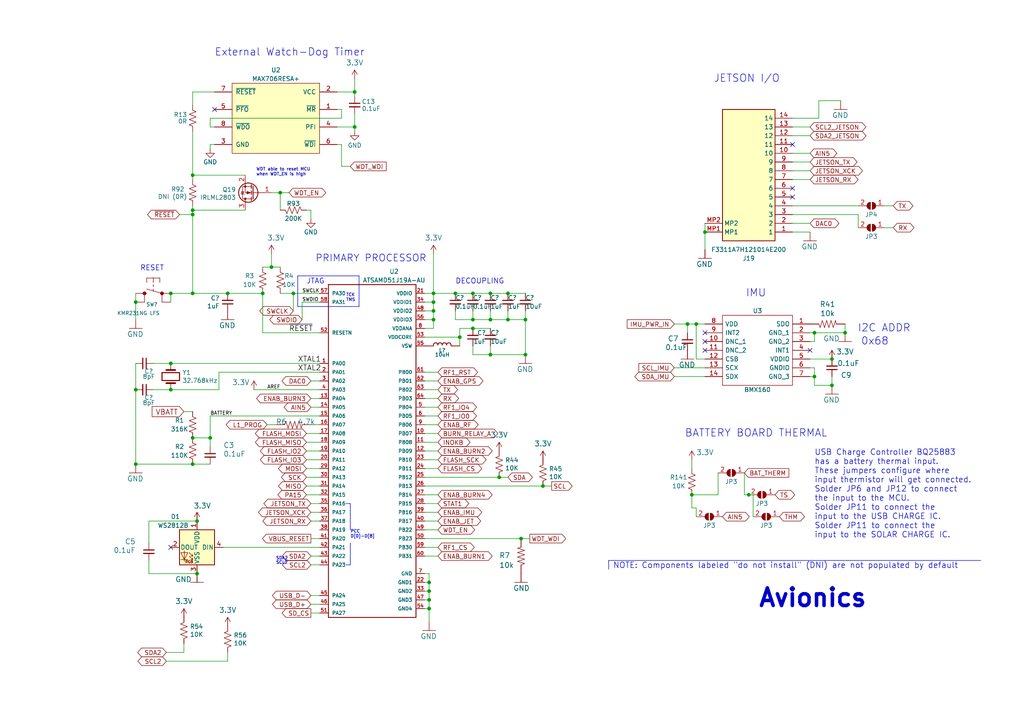
<source format=kicad_sch>
(kicad_sch (version 20230121) (generator eeschema)
  (paper "A4")
  (title_block (title "PyCubed Mainboard") (date "2021-06-09") (rev "v05c") (company "Max Holliday"))
  (junction (at 39.37 87.63))
  (junction (at 49.53 105.41))
  (junction (at 152.4 92.71))
  (junction (at 49.53 85.09))
  (junction (at 66.04 85.09))
  (junction (at 142.24 92.71))
  (junction (at 151.13 156.21))
  (junction (at 137.16 92.71))
  (junction (at 55.88 60.96))
  (junction (at 124.46 171.45))
  (junction (at 236.22 96.52))
  (junction (at 199.39 93.98))
  (junction (at 39.37 113.03))
  (junction (at 144.78 138.43))
  (junction (at 81.28 55.88))
  (junction (at 49.53 113.03))
  (junction (at 241.3 111.76))
  (junction (at 60.96 127))
  (junction (at 55.88 50.8))
  (junction (at 245.11 96.52))
  (junction (at 147.32 92.71))
  (junction (at 55.88 85.09))
  (junction (at 241.3 104.14))
  (junction (at 147.32 85.09))
  (junction (at 55.88 134.62))
  (junction (at 57.15 151.13))
  (junction (at 39.37 134.62))
  (junction (at 132.08 85.09))
  (junction (at 55.88 127))
  (junction (at 201.93 93.98))
  (junction (at 78.74 77.47))
  (junction (at 85.09 85.09))
  (junction (at 125.73 87.63))
  (junction (at 137.16 85.09))
  (junction (at 137.16 95.25))
  (junction (at 125.73 92.71))
  (junction (at 200.66 143.51))
  (junction (at 57.15 166.37))
  (junction (at 124.46 176.53))
  (junction (at 236.22 109.22))
  (junction (at 217.17 143.51))
  (junction (at 124.46 173.99))
  (junction (at 124.46 168.91))
  (junction (at 102.87 26.67))
  (junction (at 102.87 36.83))
  (junction (at 76.2 85.09))
  (junction (at 125.73 90.17))
  (junction (at 142.24 102.87))
  (junction (at 157.48 140.97))
  (junction (at 152.4 102.87))
  (junction (at 142.24 85.09))
  (junction (at 204.47 67.31))
  (junction (at 133.35 97.79))
  (junction (at 55.88 62.23))
  (junction (at 125.73 85.09))
  (no_connect (at 234.95 101.6))
  (no_connect (at 204.47 101.6))
  (no_connect (at 204.47 99.06))
  (no_connect (at 49.53 158.75))
  (no_connect (at 229.87 57.15))
  (no_connect (at 204.47 96.52))
  (no_connect (at 229.87 41.91))
  (no_connect (at 229.87 54.61))
  (no_connect (at 62.23 31.75))
  (wire (pts (xy 133.35 95.25) (xy 137.16 95.25)))
  (wire (pts (xy 123.19 168.91) (xy 124.46 168.91)))
  (wire (pts (xy 152.4 92.71) (xy 152.4 102.87)))
  (wire (pts (xy 53.34 189.23) (xy 53.34 186.69)))
  (wire (pts (xy 204.47 67.31) (xy 204.47 64.77)))
  (wire (pts (xy 102.87 38.1) (xy 102.87 36.83)))
  (wire (pts (xy 236.22 111.76) (xy 241.3 111.76)))
  (wire (pts (xy 256.54 59.69) (xy 259.08 59.69)))
  (wire (pts (xy 87.63 87.63) (xy 87.63 92.71)))
  (wire (pts (xy 123.19 161.29) (xy 127 161.29)))
  (wire (pts (xy 81.28 55.88) (xy 81.28 60.96)))
  (wire (pts (xy 92.71 118.11) (xy 90.17 118.11)))
  (wire (pts (xy 133.35 97.79) (xy 133.35 95.25)))
  (wire (pts (xy 208.28 137.16) (xy 208.28 143.51)))
  (wire (pts (xy 123.19 113.03) (xy 127 113.03)))
  (wire (pts (xy 229.87 46.99) (xy 234.95 46.99)))
  (wire (pts (xy 137.16 90.17) (xy 137.16 92.71)))
  (wire (pts (xy 204.47 67.31) (xy 204.47 72.39)))
  (wire (pts (xy 49.53 85.09) (xy 55.88 85.09)))
  (wire (pts (xy 60.96 127) (xy 60.96 120.65)))
  (wire (pts (xy 49.53 105.41) (xy 92.71 105.41)))
  (wire (pts (xy 60.96 134.62) (xy 55.88 134.62)))
  (wire (pts (xy 142.24 92.71) (xy 142.24 90.17)))
  (wire (pts (xy 229.87 62.23) (xy 248.92 62.23)))
  (polyline (pts (xy 176.53 162.56) (xy 284.48 162.56)))
  (wire (pts (xy 53.34 119.38) (xy 55.88 119.38)))
  (wire (pts (xy 201.93 93.98) (xy 204.47 93.98)))
  (wire (pts (xy 142.24 85.09) (xy 147.32 85.09)))
  (wire (pts (xy 125.73 87.63) (xy 125.73 85.09)))
  (wire (pts (xy 85.09 85.09) (xy 92.71 85.09)))
  (wire (pts (xy 87.63 87.63) (xy 92.71 87.63)))
  (wire (pts (xy 62.23 26.67) (xy 55.88 26.67)))
  (wire (pts (xy 39.37 105.41) (xy 39.37 113.03)))
  (wire (pts (xy 76.2 96.52) (xy 76.2 85.09)))
  (wire (pts (xy 123.19 158.75) (xy 127 158.75)))
  (wire (pts (xy 123.19 153.67) (xy 127 153.67)))
  (wire (pts (xy 55.88 60.96) (xy 55.88 59.69)))
  (wire (pts (xy 237.49 29.21) (xy 243.84 29.21)))
  (wire (pts (xy 127 128.27) (xy 123.19 128.27)))
  (wire (pts (xy 123.19 143.51) (xy 127 143.51)))
  (wire (pts (xy 71.12 60.96) (xy 55.88 60.96)))
  (wire (pts (xy 66.04 191.77) (xy 66.04 189.23)))
  (wire (pts (xy 99.06 41.91) (xy 97.79 41.91)))
  (wire (pts (xy 127 110.49) (xy 123.19 110.49)))
  (wire (pts (xy 147.32 85.09) (xy 152.4 85.09)))
  (wire (pts (xy 123.19 130.81) (xy 127 130.81)))
  (wire (pts (xy 200.66 133.35) (xy 200.66 135.89)))
  (wire (pts (xy 124.46 166.37) (xy 124.46 168.91)))
  (wire (pts (xy 55.88 50.8) (xy 55.88 52.07)))
  (wire (pts (xy 125.73 90.17) (xy 125.73 87.63)))
  (wire (pts (xy 245.11 96.52) (xy 245.11 93.98)))
  (wire (pts (xy 234.95 109.22) (xy 236.22 109.22)))
  (wire (pts (xy 92.71 175.26) (xy 90.17 175.26)))
  (wire (pts (xy 55.88 26.67) (xy 55.88 30.48)))
  (wire (pts (xy 92.71 133.35) (xy 88.9 133.35)))
  (wire (pts (xy 92.71 148.59) (xy 90.17 148.59)))
  (wire (pts (xy 229.87 36.83) (xy 234.95 36.83)))
  (wire (pts (xy 234.95 99.06) (xy 236.22 99.06)))
  (wire (pts (xy 55.88 85.09) (xy 66.04 85.09)))
  (wire (pts (xy 215.9 143.51) (xy 217.17 143.51)))
  (wire (pts (xy 229.87 67.31) (xy 234.95 67.31)))
  (wire (pts (xy 125.73 95.25) (xy 125.73 92.71)))
  (wire (pts (xy 71.12 50.8) (xy 55.88 50.8)))
  (wire (pts (xy 99.06 48.26) (xy 99.06 41.91)))
  (wire (pts (xy 76.2 77.47) (xy 78.74 77.47)))
  (wire (pts (xy 241.3 109.22) (xy 241.3 111.76)))
  (wire (pts (xy 147.32 92.71) (xy 152.4 92.71)))
  (wire (pts (xy 90.17 163.83) (xy 92.71 163.83)))
  (wire (pts (xy 123.19 95.25) (xy 125.73 95.25)))
  (wire (pts (xy 229.87 64.77) (xy 234.95 64.77)))
  (wire (pts (xy 43.18 162.56) (xy 43.18 166.37)))
  (wire (pts (xy 90.17 146.05) (xy 92.71 146.05)))
  (wire (pts (xy 237.49 29.21) (xy 237.49 34.29)))
  (wire (pts (xy 218.44 149.86) (xy 218.44 143.51)))
  (wire (pts (xy 137.16 102.87) (xy 137.16 100.33)))
  (wire (pts (xy 123.19 118.11) (xy 127 118.11)))
  (wire (pts (xy 123.19 146.05) (xy 127 146.05)))
  (wire (pts (xy 48.26 189.23) (xy 53.34 189.23)))
  (wire (pts (xy 92.71 110.49) (xy 90.17 110.49)))
  (wire (pts (xy 88.9 60.96) (xy 90.17 60.96)))
  (wire (pts (xy 125.73 85.09) (xy 125.73 73.66)))
  (wire (pts (xy 133.35 97.79) (xy 133.35 100.33)))
  (wire (pts (xy 200.66 143.51) (xy 208.28 143.51)))
  (wire (pts (xy 142.24 92.71) (xy 137.16 92.71)))
  (wire (pts (xy 195.58 109.22) (xy 204.47 109.22)))
  (wire (pts (xy 88.9 138.43) (xy 92.71 138.43)))
  (polyline (pts (xy 100.33 146.05) (xy 101.6 146.05)))
  (wire (pts (xy 127 135.89) (xy 123.19 135.89)))
  (wire (pts (xy 201.93 149.86) (xy 201.93 147.32)))
  (wire (pts (xy 88.9 128.27) (xy 92.71 128.27)))
  (wire (pts (xy 55.88 127) (xy 60.96 127)))
  (wire (pts (xy 124.46 176.53) (xy 124.46 180.34)))
  (wire (pts (xy 124.46 171.45) (xy 124.46 173.99)))
  (wire (pts (xy 142.24 100.33) (xy 142.24 102.87)))
  (wire (pts (xy 49.53 87.63) (xy 49.53 85.09)))
  (wire (pts (xy 60.96 36.83) (xy 62.23 36.83)))
  (wire (pts (xy 147.32 90.17) (xy 147.32 92.71)))
  (wire (pts (xy 43.18 151.13) (xy 57.15 151.13)))
  (wire (pts (xy 81.28 85.09) (xy 85.09 85.09)))
  (wire (pts (xy 204.47 104.14) (xy 201.93 104.14)))
  (wire (pts (xy 124.46 173.99) (xy 124.46 176.53)))
  (wire (pts (xy 97.79 36.83) (xy 102.87 36.83)))
  (wire (pts (xy 137.16 95.25) (xy 142.24 95.25)))
  (wire (pts (xy 160.02 140.97) (xy 157.48 140.97)))
  (wire (pts (xy 39.37 85.09) (xy 39.37 87.63)))
  (wire (pts (xy 97.79 31.75) (xy 99.06 31.75)))
  (wire (pts (xy 92.71 123.19) (xy 90.17 123.19)))
  (wire (pts (xy 123.19 171.45) (xy 124.46 171.45)))
  (wire (pts (xy 201.93 104.14) (xy 201.93 93.98)))
  (wire (pts (xy 44.45 105.41) (xy 49.53 105.41)))
  (wire (pts (xy 236.22 106.68) (xy 236.22 109.22)))
  (polyline (pts (xy 176.53 165.1) (xy 176.53 162.56)))
  (wire (pts (xy 229.87 34.29) (xy 237.49 34.29)))
  (wire (pts (xy 234.95 96.52) (xy 236.22 96.52)))
  (wire (pts (xy 39.37 87.63) (xy 39.37 92.71)))
  (wire (pts (xy 215.9 143.51) (xy 215.9 137.16)))
  (wire (pts (xy 151.13 156.21) (xy 153.67 156.21)))
  (wire (pts (xy 49.53 113.03) (xy 63.5 113.03)))
  (polyline (pts (xy 101.6 163.83) (xy 101.6 157.48)))
  (wire (pts (xy 92.71 143.51) (xy 88.9 143.51)))
  (wire (pts (xy 60.96 36.83) (xy 60.96 34.29)))
  (wire (pts (xy 60.96 43.18) (xy 60.96 41.91)))
  (wire (pts (xy 127 125.73) (xy 123.19 125.73)))
  (wire (pts (xy 92.71 172.72) (xy 90.17 172.72)))
  (wire (pts (xy 80.01 123.19) (xy 77.47 123.19)))
  (wire (pts (xy 123.19 97.79) (xy 133.35 97.79)))
  (wire (pts (xy 123.19 123.19) (xy 127 123.19)))
  (wire (pts (xy 55.88 62.23) (xy 55.88 60.96)))
  (wire (pts (xy 52.07 62.23) (xy 55.88 62.23)))
  (wire (pts (xy 99.06 48.26) (xy 101.6 48.26)))
  (wire (pts (xy 229.87 52.07) (xy 234.95 52.07)))
  (polyline (pts (xy 101.6 146.05) (xy 101.6 153.67)))
  (wire (pts (xy 199.39 93.98) (xy 201.93 93.98)))
  (wire (pts (xy 55.88 38.1) (xy 55.88 50.8)))
  (wire (pts (xy 90.17 177.8) (xy 92.71 177.8)))
  (wire (pts (xy 123.19 148.59) (xy 127 148.59)))
  (polyline (pts (xy 86.36 80.01) (xy 86.36 88.9)))
  (wire (pts (xy 123.19 115.57) (xy 127 115.57)))
  (wire (pts (xy 236.22 109.22) (xy 236.22 111.76)))
  (wire (pts (xy 137.16 85.09) (xy 142.24 85.09)))
  (wire (pts (xy 60.96 129.54) (xy 60.96 127)))
  (polyline (pts (xy 104.14 80.01) (xy 86.36 80.01)))
  (wire (pts (xy 127 120.65) (xy 123.19 120.65)))
  (wire (pts (xy 132.08 85.09) (xy 137.16 85.09)))
  (wire (pts (xy 125.73 92.71) (xy 125.73 90.17)))
  (wire (pts (xy 102.87 33.02) (xy 102.87 36.83)))
  (wire (pts (xy 63.5 113.03) (xy 63.5 107.95)))
  (polyline (pts (xy 100.33 163.83) (xy 101.6 163.83)))
  (wire (pts (xy 137.16 102.87) (xy 142.24 102.87)))
  (wire (pts (xy 48.26 191.77) (xy 66.04 191.77)))
  (wire (pts (xy 88.9 140.97) (xy 92.71 140.97)))
  (wire (pts (xy 127 133.35) (xy 123.19 133.35)))
  (wire (pts (xy 137.16 92.71) (xy 132.08 92.71)))
  (wire (pts (xy 142.24 102.87) (xy 152.4 102.87)))
  (wire (pts (xy 102.87 22.86) (xy 102.87 26.67)))
  (wire (pts (xy 92.71 156.21) (xy 90.17 156.21)))
  (wire (pts (xy 123.19 87.63) (xy 125.73 87.63)))
  (wire (pts (xy 123.19 151.13) (xy 127 151.13)))
  (wire (pts (xy 66.04 85.09) (xy 76.2 85.09)))
  (wire (pts (xy 147.32 138.43) (xy 144.78 138.43)))
  (wire (pts (xy 124.46 168.91) (xy 124.46 171.45)))
  (wire (pts (xy 60.96 41.91) (xy 62.23 41.91)))
  (wire (pts (xy 256.54 66.04) (xy 259.08 66.04)))
  (wire (pts (xy 73.66 113.03) (xy 92.71 113.03)))
  (wire (pts (xy 78.74 77.47) (xy 81.28 77.47)))
  (wire (pts (xy 218.44 143.51) (xy 217.17 143.51)))
  (wire (pts (xy 90.17 161.29) (xy 92.71 161.29)))
  (wire (pts (xy 236.22 96.52) (xy 236.22 99.06)))
  (wire (pts (xy 123.19 138.43) (xy 144.78 138.43)))
  (wire (pts (xy 123.19 166.37) (xy 124.46 166.37)))
  (wire (pts (xy 92.71 115.57) (xy 90.17 115.57)))
  (wire (pts (xy 248.92 62.23) (xy 248.92 66.04)))
  (wire (pts (xy 43.18 151.13) (xy 43.18 157.48)))
  (wire (pts (xy 123.19 156.21) (xy 151.13 156.21)))
  (wire (pts (xy 60.96 34.29) (xy 99.06 34.29)))
  (wire (pts (xy 88.9 125.73) (xy 92.71 125.73)))
  (wire (pts (xy 152.4 90.17) (xy 152.4 92.71)))
  (wire (pts (xy 81.28 55.88) (xy 83.82 55.88)))
  (wire (pts (xy 99.06 34.29) (xy 99.06 31.75)))
  (wire (pts (xy 88.9 135.89) (xy 92.71 135.89)))
  (wire (pts (xy 123.19 92.71) (xy 125.73 92.71)))
  (wire (pts (xy 123.19 173.99) (xy 124.46 173.99)))
  (wire (pts (xy 55.88 134.62) (xy 39.37 134.62)))
  (wire (pts (xy 123.19 176.53) (xy 124.46 176.53)))
  (wire (pts (xy 123.19 85.09) (xy 125.73 85.09)))
  (wire (pts (xy 229.87 39.37) (xy 234.95 39.37)))
  (wire (pts (xy 55.88 62.23) (xy 55.88 85.09)))
  (wire (pts (xy 90.17 60.96) (xy 90.17 63.5)))
  (wire (pts (xy 44.45 113.03) (xy 49.53 113.03)))
  (wire (pts (xy 123.19 140.97) (xy 157.48 140.97)))
  (wire (pts (xy 195.58 93.98) (xy 199.39 93.98)))
  (wire (pts (xy 234.95 44.45) (xy 229.87 44.45)))
  (wire (pts (xy 97.79 26.67) (xy 102.87 26.67)))
  (wire (pts (xy 201.93 147.32) (xy 200.66 147.32)))
  (wire (pts (xy 90.17 151.13) (xy 92.71 151.13)))
  (wire (pts (xy 199.39 96.52) (xy 199.39 93.98)))
  (wire (pts (xy 63.5 107.95) (xy 92.71 107.95)))
  (polyline (pts (xy 86.36 88.9) (xy 104.14 88.9)))
  (wire (pts (xy 123.19 90.17) (xy 125.73 90.17)))
  (wire (pts (xy 85.09 90.17) (xy 85.09 85.09)))
  (wire (pts (xy 43.18 166.37) (xy 57.15 166.37)))
  (wire (pts (xy 64.77 158.75) (xy 92.71 158.75)))
  (wire (pts (xy 125.73 85.09) (xy 132.08 85.09)))
  (wire (pts (xy 78.74 73.66) (xy 78.74 77.47)))
  (wire (pts (xy 60.96 120.65) (xy 92.71 120.65)))
  (wire (pts (xy 78.74 55.88) (xy 81.28 55.88)))
  (wire (pts (xy 236.22 96.52) (xy 245.11 96.52)))
  (wire (pts (xy 229.87 49.53) (xy 234.95 49.53)))
  (wire (pts (xy 88.9 130.81) (xy 92.71 130.81)))
  (wire (pts (xy 123.19 107.95) (xy 127 107.95)))
  (wire (pts (xy 229.87 59.69) (xy 248.92 59.69)))
  (wire (pts (xy 234.95 106.68) (xy 236.22 106.68)))
  (wire (pts (xy 142.24 92.71) (xy 147.32 92.71)))
  (wire (pts (xy 39.37 113.03) (xy 39.37 134.62)))
  (wire (pts (xy 92.71 96.52) (xy 76.2 96.52)))
  (wire (pts (xy 200.66 147.32) (xy 200.66 143.51)))
  (wire (pts (xy 102.87 26.67) (xy 102.87 27.94)))
  (wire (pts (xy 195.58 106.68) (xy 204.47 106.68)))
  (wire (pts (xy 241.3 104.14) (xy 234.95 104.14)))
  (polyline (pts (xy 104.14 88.9) (xy 104.14 80.01)))
  (wire (pts (xy 132.08 90.17) (xy 132.08 92.71)))
  (text "USB Charge Controller BQ25883 \nhas a battery thermal input.\nThese jumpers configure where \ninput thermistor will get connected.\nSolder JP6 and JP12 to connect\nthe input to the MCU.\nSolder JP11 to connect the \ninput to the USB CHARGE IC.\nSolder JP11 to connect the \ninput to the SOLAR CHARGE IC." (at 236.22 156.21 0) (effects (font (size 1.651 1.651)) (justify left bottom)))
  (text "SDA2" (at 80.01 162.56 0) (effects (font (size 0.889 0.889)) (justify left bottom)))
  (text "PRIMARY PROCESSOR" (at 91.44 76.2 0) (effects (font (size 2.0066 2.0066)) (justify left bottom)))
  (text "SCL2" (at 80.01 163.83 0) (effects (font (size 0.889 0.889)) (justify left bottom)))
  (text "0x68" (at 257.81 100.33 0) (effects (font (size 2.159 2.159)) (justify right bottom)))
  (text "IMU" (at 222.25 86.36 0) (effects (font (size 2.159 2.159)) (justify right bottom)))
  (text "RESET" (at 40.64 78.74 0) (effects (font (size 1.4986 1.4986)) (justify left bottom)))
  (text "WDT able to reset MCU\nwhen WDT_EN is high" (at 74.295 51.181 0) (effects (font (size 0.889 0.889)) (justify left bottom)))
  (text "NOTE: Components labeled \"do not install\" (DNI) are not populated by default" (at 177.8 165.1 0) (effects (font (size 1.651 1.651)) (justify left bottom)))
  (text "BATTERY BOARD THERMAL" (at 240.03 127 0) (effects (font (size 2.159 2.159)) (justify right bottom)))
  (text "I2C ADDR" (at 264.16 96.52 0) (effects (font (size 2.159 2.159)) (justify right bottom)))
  (text "Avionics" (at 219.71 176.53 0) (effects (font (size 5.08 5.08) (thickness 1.016) bold) (justify left bottom)))
  (text "TCK\nTMS" (at 100.33 87.63 0) (effects (font (size 0.889 0.889)) (justify left bottom)))
  (text "JETSON I/O" (at 207.01 24.13 0) (effects (font (size 2.159 2.159)) (justify left bottom)))
  (text "External Watch-Dog Timer" (at 62.23 16.51 0) (effects (font (size 2.159 2.159)) (justify left bottom)))
  (text "PCC\nD[0]-D[8]" (at 101.6 156.21 0) (effects (font (size 0.889 0.889)) (justify left bottom)))
  (text "JTAG\n" (at 88.9 82.55 0) (effects (font (size 1.4986 1.4986)) (justify left bottom)))
  (text "DECOUPLING\n" (at 132.08 82.55 0) (effects (font (size 1.4986 1.4986)) (justify left bottom)))
  (label "BATTERY" (at 60.96 120.65 0) (effects (font (size 1.016 1.016))))
  (label "SWDIO" (at 87.63 87.63 0) (effects (font (size 0.9906 0.9906))))
  (label "XTAL2" (at 86.36 107.95 0) (effects (font (size 1.524 1.524))))
  (label "XTAL1" (at 86.36 105.41 0) (effects (font (size 1.524 1.524))))
  (label "SWCLK" (at 87.63 85.09 0) (effects (font (size 0.9906 0.9906))))
  (label "AREF" (at 77.47 113.03 0) (effects (font (size 1.016 1.016))))
  (label "~{RESET}" (at 83.82 96.52 0) (effects (font (size 1.4986 1.4986))))
  (global_label "ENAB_BURN4" (shape bidirectional) (at 127 143.51 0) (property "Intersheetrefs" "${INTERSHEET_REFS}" (effects hide)))
  (global_label "SDA2_JETSON" (shape bidirectional) (at 234.95 39.37 0) (property "Intersheetrefs" "${INTERSHEET_REFS}" (effects hide)))
  (global_label "ENAB_BURN1" (shape bidirectional) (at 127 161.29 0) (property "Intersheetrefs" "${INTERSHEET_REFS}" (effects hide)))
  (global_label "SCL2_JETSON" (shape bidirectional) (at 234.95 36.83 0) (property "Intersheetrefs" "${INTERSHEET_REFS}" (effects hide)))
  (global_label "TX" (shape bidirectional) (at 127 113.03 0) (property "Intersheetrefs" "${INTERSHEET_REFS}" (effects hide)))
  (global_label "WDT_EN" (shape bidirectional) (at 127 153.67 0) (property "Intersheetrefs" "${INTERSHEET_REFS}" (effects hide)))
  (global_label "WDT_WDI" (shape output) (at 153.67 156.21 0) (property "Intersheetrefs" "${INTERSHEET_REFS}" (effects hide)))
  (global_label "SD_CS" (shape output) (at 90.17 177.8 180) (property "Intersheetrefs" "${INTERSHEET_REFS}" (effects hide)))
  (global_label "SCL" (shape output) (at 160.02 140.97 0) (property "Intersheetrefs" "${INTERSHEET_REFS}" (effects hide)))
  (global_label "RF1_IO0" (shape bidirectional) (at 127 120.65 0) (property "Intersheetrefs" "${INTERSHEET_REFS}" (effects hide)))
  (global_label "RF1_IO4" (shape bidirectional) (at 127 118.11 0) (property "Intersheetrefs" "${INTERSHEET_REFS}" (effects hide)))
  (global_label "SWDIO" (shape bidirectional) (at 87.63 92.71 180) (property "Intersheetrefs" "${INTERSHEET_REFS}" (effects hide)))
  (global_label "FLASH_IO3" (shape bidirectional) (at 88.9 133.35 180) (property "Intersheetrefs" "${INTERSHEET_REFS}" (effects hide)))
  (global_label "ENAB_BURN3" (shape bidirectional) (at 90.17 115.57 180) (property "Intersheetrefs" "${INTERSHEET_REFS}" (effects hide)))
  (global_label "FLASH_IO2" (shape bidirectional) (at 88.9 130.81 180) (property "Intersheetrefs" "${INTERSHEET_REFS}" (effects hide)))
  (global_label "IMU_PWR_IN" (shape input) (at 195.58 93.98 180) (property "Intersheetrefs" "${INTERSHEET_REFS}" (effects hide)))
  (global_label "~{RESET}" (shape bidirectional) (at 52.07 62.23 180) (property "Intersheetrefs" "${INTERSHEET_REFS}" (effects hide)))
  (global_label "BURN_RELAY_A" (shape bidirectional) (at 127 125.73 0) (property "Intersheetrefs" "${INTERSHEET_REFS}" (effects hide)))
  (global_label "WDT_WDI" (shape input) (at 101.6 48.26 0) (property "Intersheetrefs" "${INTERSHEET_REFS}" (effects hide)))
  (global_label "STAT1" (shape bidirectional) (at 127 146.05 0) (property "Intersheetrefs" "${INTERSHEET_REFS}" (effects hide)))
  (global_label "SDA2" (shape bidirectional) (at 48.26 189.23 180) (property "Intersheetrefs" "${INTERSHEET_REFS}" (effects hide)))
  (global_label "SCL2" (shape bidirectional) (at 90.17 163.83 180) (property "Intersheetrefs" "${INTERSHEET_REFS}" (effects hide)))
  (global_label "FLASH_MOSI" (shape bidirectional) (at 88.9 125.73 180) (property "Intersheetrefs" "${INTERSHEET_REFS}" (effects hide)))
  (global_label "JETSON_RX" (shape bidirectional) (at 90.17 151.13 180) (property "Intersheetrefs" "${INTERSHEET_REFS}" (effects hide)))
  (global_label "ENAB_GPS" (shape bidirectional) (at 127 110.49 0) (property "Intersheetrefs" "${INTERSHEET_REFS}" (effects hide)))
  (global_label "USB_D-" (shape bidirectional) (at 90.17 172.72 180) (property "Intersheetrefs" "${INTERSHEET_REFS}" (effects hide)))
  (global_label "DAC0" (shape bidirectional) (at 234.95 64.77 0) (property "Intersheetrefs" "${INTERSHEET_REFS}" (effects hide)))
  (global_label "ENAB_JET" (shape bidirectional) (at 127 151.13 0) (property "Intersheetrefs" "${INTERSHEET_REFS}" (effects hide)))
  (global_label "SDA" (shape bidirectional) (at 147.32 138.43 0) (property "Intersheetrefs" "${INTERSHEET_REFS}" (effects hide)))
  (global_label "THM" (shape bidirectional) (at 226.06 149.86 0) (property "Intersheetrefs" "${INTERSHEET_REFS}" (effects hide)))
  (global_label "SWCLK" (shape bidirectional) (at 85.09 90.17 180) (property "Intersheetrefs" "${INTERSHEET_REFS}" (effects hide)))
  (global_label "FLASH_MISO" (shape bidirectional) (at 88.9 128.27 180) (property "Intersheetrefs" "${INTERSHEET_REFS}" (effects hide)))
  (global_label "VBATT" (shape input) (at 53.34 119.38 180) (effects (font (size 1.4986 1.4986))) (property "Intersheetrefs" "${INTERSHEET_REFS}" (effects hide)))
  (global_label "JETSON_XCK" (shape bidirectional) (at 90.17 148.59 180) (property "Intersheetrefs" "${INTERSHEET_REFS}" (effects hide)))
  (global_label "BAT_THERM" (shape input) (at 215.9 137.16 0) (property "Intersheetrefs" "${INTERSHEET_REFS}" (effects hide)))
  (global_label "SCK" (shape bidirectional) (at 88.9 138.43 180) (property "Intersheetrefs" "${INTERSHEET_REFS}" (effects hide)))
  (global_label "USB_D+" (shape bidirectional) (at 90.17 175.26 180) (property "Intersheetrefs" "${INTERSHEET_REFS}" (effects hide)))
  (global_label "FLASH_CS" (shape bidirectional) (at 127 135.89 0) (property "Intersheetrefs" "${INTERSHEET_REFS}" (effects hide)))
  (global_label "JETSON_XCK" (shape bidirectional) (at 234.95 49.53 0) (property "Intersheetrefs" "${INTERSHEET_REFS}" (effects hide)))
  (global_label "TX" (shape bidirectional) (at 259.08 59.69 0) (property "Intersheetrefs" "${INTERSHEET_REFS}" (effects hide)))
  (global_label "MISO" (shape bidirectional) (at 88.9 140.97 180) (property "Intersheetrefs" "${INTERSHEET_REFS}" (effects hide)))
  (global_label "PA15" (shape bidirectional) (at 88.9 143.51 180) (property "Intersheetrefs" "${INTERSHEET_REFS}" (effects hide)))
  (global_label "TS" (shape bidirectional) (at 224.79 143.51 0) (property "Intersheetrefs" "${INTERSHEET_REFS}" (effects hide)))
  (global_label "AIN5" (shape bidirectional) (at 209.55 149.86 0) (property "Intersheetrefs" "${INTERSHEET_REFS}" (effects hide)))
  (global_label "JETSON_TX" (shape bidirectional) (at 90.17 146.05 180) (property "Intersheetrefs" "${INTERSHEET_REFS}" (effects hide)))
  (global_label "DAC0" (shape bidirectional) (at 90.17 110.49 180) (property "Intersheetrefs" "${INTERSHEET_REFS}" (effects hide)))
  (global_label "JETSON_TX" (shape bidirectional) (at 234.95 46.99 0) (property "Intersheetrefs" "${INTERSHEET_REFS}" (effects hide)))
  (global_label "RX" (shape bidirectional) (at 259.08 66.04 0) (property "Intersheetrefs" "${INTERSHEET_REFS}" (effects hide)))
  (global_label "ENAB_BURN2" (shape bidirectional) (at 127 130.81 0) (property "Intersheetrefs" "${INTERSHEET_REFS}" (effects hide)))
  (global_label "VBUS_RESET" (shape output) (at 90.17 156.21 180) (property "Intersheetrefs" "${INTERSHEET_REFS}" (effects hide)))
  (global_label "FLASH_SCK" (shape bidirectional) (at 127 133.35 0) (property "Intersheetrefs" "${INTERSHEET_REFS}" (effects hide)))
  (global_label "L1_PROG" (shape bidirectional) (at 77.47 123.19 180) (property "Intersheetrefs" "${INTERSHEET_REFS}" (effects hide)))
  (global_label "MOSI" (shape bidirectional) (at 88.9 135.89 180) (property "Intersheetrefs" "${INTERSHEET_REFS}" (effects hide)))
  (global_label "SDA2" (shape bidirectional) (at 90.17 161.29 180) (property "Intersheetrefs" "${INTERSHEET_REFS}" (effects hide)))
  (global_label "RF1_RST" (shape bidirectional) (at 127 107.95 0) (property "Intersheetrefs" "${INTERSHEET_REFS}" (effects hide)))
  (global_label "RX" (shape bidirectional) (at 127 115.57 0) (property "Intersheetrefs" "${INTERSHEET_REFS}" (effects hide)))
  (global_label "WDT_EN" (shape bidirectional) (at 83.82 55.88 0) (property "Intersheetrefs" "${INTERSHEET_REFS}" (effects hide)))
  (global_label "INOKB" (shape bidirectional) (at 127 128.27 0) (property "Intersheetrefs" "${INTERSHEET_REFS}" (effects hide)))
  (global_label "SCL_IMU" (shape input) (at 195.58 106.68 180) (property "Intersheetrefs" "${INTERSHEET_REFS}" (effects hide)))
  (global_label "ENAB_IMU" (shape bidirectional) (at 127 148.59 0) (property "Intersheetrefs" "${INTERSHEET_REFS}" (effects hide)))
  (global_label "SCL2" (shape bidirectional) (at 48.26 191.77 180) (property "Intersheetrefs" "${INTERSHEET_REFS}" (effects hide)))
  (global_label "SDA_IMU" (shape bidirectional) (at 195.58 109.22 180) (property "Intersheetrefs" "${INTERSHEET_REFS}" (effects hide)))
  (global_label "JETSON_RX" (shape bidirectional) (at 234.95 52.07 0) (property "Intersheetrefs" "${INTERSHEET_REFS}" (effects hide)))
  (global_label "AIN5" (shape bidirectional) (at 90.17 118.11 180) (property "Intersheetrefs" "${INTERSHEET_REFS}" (effects hide)))
  (global_label "RF1_CS" (shape bidirectional) (at 127 158.75 0) (property "Intersheetrefs" "${INTERSHEET_REFS}" (effects hide)))
  (global_label "AIN5" (shape bidirectional) (at 234.95 44.45 0) (property "Intersheetrefs" "${INTERSHEET_REFS}" (effects hide)))
  (global_label "ENAB_RF" (shape bidirectional) (at 127 123.19 0) (property "Intersheetrefs" "${INTERSHEET_REFS}" (effects hide)))
  (symbol (lib_id "mainboard:C_Small") (at 241.3 106.68 0) (mirror x) (unit 1)
    (property "Reference" "C9" (at 243.84 107.95 0) (effects (font (size 1.4986 1.4986)) (justify left bottom)))
    (property "Value" "0.1uF" (at 242.824 104.521 0) (effects (font (size 1.4986 1.4986)) (justify left bottom)))
    (property "Footprint" "Capacitor_SMD:C_0603_1608Metric" (effects hide))
    (property "Description" "0.1uF +-10% 50V X7R 0603" (effects hide))
    (instances (project "mainboard" (path "" (reference "C9") (unit 1)) (path "" (reference "C?") (unit 1))))
  )
  (symbol (lib_id "mainboard:C_Small") (at 152.4 87.63 0) (unit 1)
    (property "Reference" "C?" (at 152.4 86.36 0) (effects (justify left)))
    (property "Value" "10uF" (at 152.4 88.9 0) (effects (justify left)))
    (property "Footprint" "Capacitor_SMD:C_0603_1608Metric" (effects hide))
    (property "Description" "10uF +-20% 10V X5R" (effects hide))
    (instances (project "mainboard" (path "" (reference "C?") (unit 1)) (path "" (reference "C16") (unit 1))))
  )
  (symbol (lib_id "mainboard:C_Small") (at 147.32 87.63 0) (unit 1)
    (property "Reference" "C?" (at 147.32 86.36 0) (effects (justify left)))
    (property "Value" "1uF" (at 147.32 88.9 0) (effects (justify left)))
    (property "Footprint" "Capacitor_SMD:C_0603_1608Metric" (effects hide))
    (property "Description" "1uF 0603 X7R" (effects hide))
    (instances (project "mainboard" (path "" (reference "C?") (unit 1)) (path "" (reference "C15") (unit 1))))
  )
  (symbol (lib_id "mainboard:C_Small") (at 142.24 87.63 0) (unit 1)
    (property "Reference" "C?" (at 142.24 86.36 0) (effects (justify left)))
    (property "Value" "1uF" (at 142.24 88.9 0) (effects (justify left)))
    (property "Footprint" "Capacitor_SMD:C_0603_1608Metric" (effects hide))
    (property "Description" "1uF 0603 X7R" (effects hide))
    (instances (project "mainboard" (path "" (reference "C?") (unit 1)) (path "" (reference "C13") (unit 1))))
  )
  (symbol (lib_id "mainboard:C_Small") (at 66.04 87.63 0) (mirror x) (unit 1)
    (property "Reference" "C?" (at 63.7032 86.4616 0) (effects (justify right)))
    (property "Value" "1uF" (at 63.7032 88.773 0) (effects (justify right)))
    (property "Footprint" "Capacitor_SMD:C_0603_1608Metric" (effects hide))
    (property "Description" "1uF 0603 X7R" (effects hide))
    (instances (project "mainboard" (path "" (reference "C?") (unit 1)) (path "" (reference "C4") (unit 1))))
  )
  (symbol (lib_id "mainboard:C_Small") (at 137.16 97.79 0) (mirror x) (unit 1)
    (property "Reference" "C?" (at 140.97 96.52 0) (effects (justify right)))
    (property "Value" "1uF" (at 140.97 99.06 0) (effects (justify right)))
    (property "Footprint" "Capacitor_SMD:C_0603_1608Metric" (effects hide))
    (property "Description" "1uF 0603 X7R" (effects hide))
    (instances (project "mainboard" (path "" (reference "C?") (unit 1)) (path "" (reference "C12") (unit 1))))
  )
  (symbol (lib_id "mainboard:INDUCTOR-Adafruit_Feather_M4_Express-eagle-import-lab64_SAM32-rescue-SAMD-10-rescue-SAM32-rescue") (at 128.27 100.33 0) (mirror y) (unit 1)
    (property "Reference" "L?" (at 128.27 101.6 0) (effects (font (size 1.0668 1.0668))))
    (property "Value" "10uH" (at 128.27 102.87 0) (effects (font (size 1.0668 1.0668))))
    (property "Footprint" "Inductor_SMD:L_0805_2012Metric_Pad1.15x1.40mm_HandSolder" (effects hide))
    (property "Description" "10uH Unshielded 0805" (effects hide))
    (property "Flight" "MGFL2012F100MT-LF" (effects hide))
    (property "Manufacturer_Name" "MicroGate" (effects hide))
    (property "Manufacturer_Part_Number" "MGFL2012F100MT-LF" (effects hide))
    (property "Proto" "MGFL2012F100MT-LF" (effects hide))
    (instances (project "mainboard" (path "" (reference "L?") (unit 1)) (path "" (reference "L1") (unit 1))))
  )
  (symbol (lib_id "mainboard:C_Small") (at 142.24 97.79 0) (mirror y) (unit 1)
    (property "Reference" "C?" (at 142.24 96.52 0) (effects (justify right)))
    (property "Value" "10uF" (at 142.24 99.06 0) (effects (justify right)))
    (property "Footprint" "Capacitor_SMD:C_0603_1608Metric" (effects hide))
    (property "Description" "10uF +-20% 10V X5R" (effects hide))
    (instances (project "mainboard" (path "" (reference "C?") (unit 1)) (path "" (reference "C14") (unit 1))))
  )
  (symbol (lib_id "mainboard:SWITCH_SMT4.6X2.8") (at 44.45 85.09 0) (mirror y) (unit 1)
    (property "Reference" "SW?" (at 45.72 88.9 0) (effects (font (size 1.0668 1.0668)) (justify left bottom)))
    (property "Value" "KMR231NG LFS" (at 46.355 91.44 0) (effects (font (size 1.0668 1.0668)) (justify left bottom)))
    (property "Footprint" "mainboard:BTN_KMR2_4.6X2.8" (effects hide))
    (property "Datasheet" "https://www.ckswitches.com/media/1479/kmr2.pdf" (effects hide))
    (property "Description" "Tactile Switch SPST-NO" (effects hide))
    (property "Flight" "KMR231NG LFS" (effects hide))
    (property "Manufacturer_Name" "C&K" (effects hide))
    (property "Manufacturer_Part_Number" "KMR231NG LFS" (effects hide))
    (property "Proto" "KMR231NG LFS" (effects hide))
    (instances (project "mainboard" (path "" (reference "SW?") (unit 1)) (path "" (reference "SW1") (unit 1))))
  )
  (symbol (lib_id "mainboard:C_Small") (at 41.91 105.41 270) (mirror x) (unit 1)
    (property "Reference" "C?" (at 43.1546 107.696 90))
    (property "Value" "8pF" (at 43.18 109.22 90))
    (property "Footprint" "Capacitor_SMD:C_0603_1608Metric" (effects hide))
    (property "Description" "8pF +-0.25pF 50V C0G 0603" (effects hide))
    (instances (project "mainboard" (path "" (reference "C?") (unit 1)) (path "" (reference "C1") (unit 1))))
  )
  (symbol (lib_id "mainboard:C_Small") (at 41.91 113.03 270) (mirror x) (unit 1)
    (property "Reference" "C?" (at 43.1546 115.316 90))
    (property "Value" "8pF" (at 43.18 116.84 90))
    (property "Footprint" "Capacitor_SMD:C_0603_1608Metric" (effects hide))
    (property "Description" "8pF +-0.25pF 50V C0G 0603" (effects hide))
    (instances (project "mainboard" (path "" (reference "C?") (unit 1)) (path "" (reference "C2") (unit 1))))
  )
  (symbol (lib_id "Device:R_US") (at 55.88 123.19 0) (unit 1)
    (property "Reference" "R1" (at 52.07 121.92 0))
    (property "Value" "316K" (at 52.07 124.46 0))
    (property "Footprint" "Resistor_SMD:R_0603_1608Metric" (effects hide))
    (property "Description" "316K 0603" (effects hide))
  )
  (symbol (lib_id "Device:R_US") (at 81.28 81.28 0) (unit 1)
    (property "Reference" "R4" (at 83.82 80.01 0))
    (property "Value" "10K" (at 83.82 82.55 0))
    (property "Footprint" "Resistor_SMD:R_0603_1608Metric" (effects hide))
    (property "Description" "10K 0603" (effects hide))
  )
  (symbol (lib_id "Device:R_US") (at 76.2 81.28 0) (unit 1)
    (property "Reference" "R3" (at 72.39 80.01 0))
    (property "Value" "10K" (at 72.39 82.55 0))
    (property "Footprint" "Resistor_SMD:R_0603_1608Metric" (effects hide))
    (property "Description" "10K 0603" (effects hide))
  )
  (symbol (lib_id "Device:R_US") (at 55.88 130.81 180) (unit 1)
    (property "Reference" "R2" (at 52.07 129.54 0))
    (property "Value" "110K" (at 52.07 132.08 0))
    (property "Footprint" "Resistor_SMD:R_0603_1608Metric" (effects hide))
    (property "Description" "110K 0603" (effects hide))
  )
  (symbol (lib_name "ATSAMD51J20A-AU-ATSAMD51J20A-AU-lab64_SAM32-rescue-lab64_SAM32-rescue-SAMD-10-rescue-SAM32-rescue_2") (lib_id "mainboard:ATSAMD51J20A-AU-ATSAMD51J20A-AU-lab64_SAM32-rescue-lab64_SAM32-rescue-SAMD-10-rescue-SAM32-rescue") (at 107.95 130.81 0) (unit 1)
    (property "Reference" "U2" (at 114.3 78.74 0))
    (property "Value" "ATSAMD51J19A-AU" (at 114.3 81.28 0))
    (property "Footprint" "mainboard:QFP50P1200X1200X120-64N" (effects hide))
    (property "Datasheet" "https://ww1.microchip.com/downloads/en/DeviceDoc/SAM_D5x_E5x_Family_Data_Sheet_DS60001507G.pdf" (effects hide))
    (property "Description" "Microcontroller" (effects hide))
    (property "Flight" "ATSAMD51J19A-AU" (effects hide))
    (property "Manufacturer_Name" "Microchip Technology" (effects hide))
    (property "Manufacturer_Part_Number" "ATSAMD51J19A-AU" (effects hide))
    (property "Proto" "ATSAMD51J19A-AU" (effects hide))
  )
  (symbol (lib_id "mainboard:C_Small") (at 137.16 87.63 0) (unit 1)
    (property "Reference" "C?" (at 137.16 86.36 0) (effects (justify left)))
    (property "Value" "0.1uF" (at 137.16 88.9 0) (effects (justify left)))
    (property "Footprint" "Capacitor_SMD:C_0603_1608Metric" (effects hide))
    (property "Description" "0.1uF +-10% 50V X7R 0603" (effects hide))
    (instances (project "mainboard" (path "" (reference "C?") (unit 1)) (path "" (reference "C11") (unit 1))))
  )
  (symbol (lib_id "mainboard:3.3V") (at 125.73 73.66 0) (unit 1)
    (property "Reference" "#SUPPLY04" (effects hide))
    (property "Value" "3.3V" (at 123.19 69.85 0) (effects (font (size 1.4986 1.4986)) (justify left bottom)))
    (instances (project "mainboard" (path "" (reference "#SUPPLY04") (unit 1)) (path "" (reference "#SUPPLY?") (unit 1))))
  )
  (symbol (lib_id "mainboard:3.3V") (at 78.74 73.66 0) (unit 1)
    (property "Reference" "#SUPPLY02" (effects hide))
    (property "Value" "3.3V" (at 77.47 69.85 0) (effects (font (size 1.4986 1.4986)) (justify left bottom)))
    (instances (project "mainboard" (path "" (reference "#SUPPLY02") (unit 1)) (path "" (reference "#SUPPLY?") (unit 1))))
  )
  (symbol (lib_id "mainboard:GND") (at 124.46 182.88 0) (unit 1)
    (property "Reference" "#GND08" (effects hide))
    (property "Value" "GND" (at 121.92 185.42 0) (effects (font (size 1.4986 1.4986)) (justify left bottom)))
    (instances (project "mainboard" (path "" (reference "#GND08") (unit 1)) (path "" (reference "#GND?") (unit 1))))
  )
  (symbol (lib_id "mainboard:GND") (at 57.15 168.91 0) (unit 1)
    (property "Reference" "#GND05" (effects hide))
    (property "Value" "GND" (at 50.8 168.91 0) (effects (font (size 1.4986 1.4986)) (justify left bottom)))
    (instances (project "mainboard" (path "" (reference "#GND05") (unit 1)) (path "" (reference "#GND?") (unit 1))))
  )
  (symbol (lib_id "mainboard:GND") (at 152.4 105.41 0) (unit 1)
    (property "Reference" "#GND09" (effects hide))
    (property "Value" "GND" (at 149.86 107.95 0) (effects (font (size 1.4986 1.4986)) (justify left bottom)))
    (instances (project "mainboard" (path "" (reference "#GND09") (unit 1)) (path "" (reference "#GND?") (unit 1))))
  )
  (symbol (lib_id "mainboard:GND") (at 66.04 92.71 0) (unit 1)
    (property "Reference" "#GND04" (effects hide))
    (property "Value" "GND" (at 63.5 95.25 0) (effects (font (size 1.4986 1.4986)) (justify left bottom)))
    (instances (project "mainboard" (path "" (reference "#GND04") (unit 1)) (path "" (reference "#GND?") (unit 1))))
  )
  (symbol (lib_id "mainboard:GND") (at 39.37 137.16 0) (unit 1)
    (property "Reference" "#GND03" (effects hide))
    (property "Value" "GND" (at 36.83 139.7 0) (effects (font (size 1.4986 1.4986)) (justify left bottom)))
    (instances (project "mainboard" (path "" (reference "#GND03") (unit 1)) (path "" (reference "#GND?") (unit 1))))
  )
  (symbol (lib_id "mainboard:GND") (at 39.37 95.25 0) (unit 1)
    (property "Reference" "#GND02" (effects hide))
    (property "Value" "GND" (at 36.83 97.79 0) (effects (font (size 1.4986 1.4986)) (justify left bottom)))
    (instances (project "mainboard" (path "" (reference "#GND02") (unit 1)) (path "" (reference "#GND?") (unit 1))))
  )
  (symbol (lib_id "mainboard:C_Small") (at 60.96 132.08 0) (mirror y) (unit 1)
    (property "Reference" "C3" (at 64.77 128.27 0) (effects (font (size 1.4986 1.4986)) (justify right top)))
    (property "Value" "0.1uF" (at 64.77 130.81 0) (effects (font (size 1.4986 1.4986)) (justify right top)))
    (property "Footprint" "Capacitor_SMD:C_0603_1608Metric" (effects hide))
    (property "Description" "0.1uF +-10% 50V X7R 0603" (effects hide))
    (instances (project "mainboard" (path "" (reference "C3") (unit 1)) (path "" (reference "C?") (unit 1))))
  )
  (symbol (lib_id "mainboard:3.3V") (at 73.66 113.03 0) (unit 1)
    (property "Reference" "#SUPPLY0101" (effects hide))
    (property "Value" "3.3V" (at 67.31 111.76 0) (effects (font (size 1.4986 1.4986)) (justify left bottom)))
    (instances (project "mainboard" (path "" (reference "#SUPPLY0101") (unit 1)) (path "" (reference "#SUPPLY?") (unit 1))))
  )
  (symbol (lib_id "Device:Crystal") (at 49.53 109.22 270) (unit 1)
    (property "Reference" "Y1" (at 52.8574 108.0516 90) (effects (justify left)))
    (property "Value" "32.768kHz" (at 52.8574 110.363 90) (effects (justify left)))
    (property "Footprint" "Crystal:Crystal_SMD_3215-2Pin_3.2x1.5mm" (effects hide))
    (property "Datasheet" "https://abracon.com/Resonators/ABS07.pdf" (effects hide))
    (property "Description" "32.768kHz Crystal Oscillator" (effects hide))
    (property "Flight" "ABS07-32.768KHZ-T" (effects hide))
    (property "Manufacturer_Name" "Abracon LLC" (effects hide))
    (property "Manufacturer_Part_Number" "SC-32S32.768kHz20PPM7pF" (effects hide))
    (property "Proto" "SC-32S32.768kHz20PPM7pF" (effects hide))
  )
  (symbol (lib_id "mainboard:C_Small") (at 132.08 87.63 0) (unit 1)
    (property "Reference" "C?" (at 132.08 86.36 0) (effects (justify left)))
    (property "Value" "0.1uF" (at 132.08 88.9 0) (effects (justify left)))
    (property "Footprint" "Capacitor_SMD:C_0603_1608Metric" (effects hide))
    (property "Description" "0.1uF +-10% 50V X7R 0603" (effects hide))
    (instances (project "mainboard" (path "" (reference "C?") (unit 1)) (path "" (reference "C10") (unit 1))))
  )
  (symbol (lib_id "Device:R_US") (at 144.78 134.62 0) (mirror y) (unit 1)
    (property "Reference" "R44" (at 146.5072 133.4516 0) (effects (justify right)))
    (property "Value" "10K" (at 146.5072 135.763 0) (effects (justify right)))
    (property "Footprint" "Resistor_SMD:R_0603_1608Metric" (effects hide))
    (property "Description" "10K 0603" (effects hide))
  )
  (symbol (lib_id "Device:R_US") (at 157.48 137.16 0) (mirror y) (unit 1)
    (property "Reference" "R45" (at 159.2072 135.9916 0) (effects (justify right)))
    (property "Value" "10K" (at 159.2072 138.303 0) (effects (justify right)))
    (property "Footprint" "Resistor_SMD:R_0603_1608Metric" (effects hide))
    (property "Description" "10K 0603" (effects hide))
  )
  (symbol (lib_id "LED:WS2812B") (at 57.15 158.75 0) (mirror y) (unit 1)
    (property "Reference" "D1" (at 49.53 149.86 0) (effects (justify right)))
    (property "Value" "WS2812B" (at 45.72 152.4 0) (effects (justify right)))
    (property "Footprint" "LED_SMD:LED_WS2812B_PLCC4_5.0x5.0mm_P3.2mm" (effects hide))
    (property "Datasheet" "https://cdn-shop.adafruit.com/datasheets/WS2812B.pdf" (effects hide))
    (property "Description" "RGB LED \"Neopixel\"" (effects hide))
    (property "Flight" "WS2812B-B" (effects hide))
    (property "Manufacturer_Name" "Worldsemi" (effects hide))
    (property "Manufacturer_Part_Number" "WS2812B-B" (effects hide))
    (property "Proto" "WS2812B-B" (effects hide))
  )
  (symbol (lib_id "mainboard:3.3V") (at 57.15 151.13 0) (unit 1)
    (property "Reference" "#SUPPLY0117" (effects hide))
    (property "Value" "3.3V" (at 56.134 147.574 0) (effects (font (size 1.4986 1.4986)) (justify left bottom)))
    (instances (project "mainboard" (path "" (reference "#SUPPLY0117") (unit 1)) (path "" (reference "#SUPPLY?") (unit 1))))
  )
  (symbol (lib_id "mainboard:BMX160") (at 234.95 93.98 0) (mirror y) (unit 1)
    (property "Reference" "U3" (at 219.71 90.17 0))
    (property "Value" "BMX160" (at 219.71 113.03 0))
    (property "Footprint" "mainboard:BMX160" (effects hide))
    (property "Datasheet" "https://ae-bst.resource.bosch.com/media/_tech/media/datasheets/BST-BMX160-DS000.pdf" (effects hide))
    (property "Description" "IMUs - Inertial Measurement Units 9-axis (9DOF) Absolute Orientation MEMS Sensor" (effects hide))
    (property "Flight" "BMX160" (effects hide))
    (property "Manufacturer_Name" "Bosch Sensortec" (effects hide))
    (property "Manufacturer_Part_Number" "BMX160" (effects hide))
    (property "Proto" "BMX160" (effects hide))
  )
  (symbol (lib_id "mainboard:GND") (at 241.3 114.3 0) (unit 1)
    (property "Reference" "#GND0112" (effects hide))
    (property "Value" "GND" (at 238.76 116.84 0) (effects (font (size 1.4986 1.4986)) (justify left bottom)))
    (instances (project "mainboard" (path "" (reference "#GND0112") (unit 1)) (path "" (reference "#GND?") (unit 1))))
  )
  (symbol (lib_id "mainboard:GND") (at 245.11 99.06 0) (unit 1)
    (property "Reference" "#GND0113" (effects hide))
    (property "Value" "GND" (at 238.76 99.06 0) (effects (font (size 1.4986 1.4986)) (justify left bottom)))
    (instances (project "mainboard" (path "" (reference "#GND0113") (unit 1)) (path "" (reference "#GND?") (unit 1))))
  )
  (symbol (lib_id "mainboard:3.3V") (at 144.78 130.81 0) (unit 1)
    (property "Reference" "#SUPPLY0118" (effects hide))
    (property "Value" "3.3V" (at 142.24 127 0) (effects (font (size 1.4986 1.4986)) (justify left bottom)))
    (instances (project "mainboard" (path "" (reference "#SUPPLY0118") (unit 1)) (path "" (reference "#SUPPLY?") (unit 1))))
  )
  (symbol (lib_id "mainboard:GND") (at 199.39 104.14 0) (unit 1)
    (property "Reference" "#GND0114" (effects hide))
    (property "Value" "GND" (at 196.85 106.68 0) (effects (font (size 1.4986 1.4986)) (justify left bottom)))
    (instances (project "mainboard" (path "" (reference "#GND0114") (unit 1)) (path "" (reference "#GND?") (unit 1))))
  )
  (symbol (lib_id "mainboard:R-US_R0603") (at 240.03 93.98 0) (mirror x) (unit 1)
    (property "Reference" "R41" (at 240.03 88.2396 0) (effects (font (size 1.4986 1.4986))))
    (property "Value" "10k" (at 240.03 90.9066 0) (effects (font (size 1.4986 1.4986))))
    (property "Footprint" "Resistor_SMD:R_0603_1608Metric" (effects hide))
    (property "Description" "10k 0603" (effects hide))
    (instances (project "mainboard" (path "" (reference "R41") (unit 1)) (path "" (reference "R?") (unit 1))))
  )
  (symbol (lib_id "mainboard:C_Small") (at 43.18 160.02 0) (unit 1)
    (property "Reference" "C5" (at 39.37 156.21 0) (effects (font (size 1.4986 1.4986)) (justify right top)))
    (property "Value" "0.1uF" (at 39.37 158.75 0) (effects (font (size 1.4986 1.4986)) (justify right top)))
    (property "Footprint" "Capacitor_SMD:C_0603_1608Metric" (effects hide))
    (property "Description" "0.1uF +-10% 50V X7R 0603" (effects hide))
    (instances (project "mainboard" (path "" (reference "C5") (unit 1)) (path "" (reference "C?") (unit 1))))
  )
  (symbol (lib_id "mainboard:3.3V") (at 241.3 104.14 0) (unit 1)
    (property "Reference" "#SUPPLY09" (effects hide))
    (property "Value" "3.3V" (at 242.57 102.87 0) (effects (font (size 1.4986 1.4986)) (justify left bottom)))
    (instances (project "mainboard" (path "" (reference "#SUPPLY09") (unit 1)) (path "" (reference "#SUPPLY?") (unit 1))))
  )
  (symbol (lib_id "mainboard:3.3V") (at 157.48 133.35 0) (unit 1)
    (property "Reference" "#SUPPLY05" (effects hide))
    (property "Value" "3.3V" (at 154.94 129.54 0) (effects (font (size 1.4986 1.4986)) (justify left bottom)))
    (instances (project "mainboard" (path "" (reference "#SUPPLY05") (unit 1)) (path "" (reference "#SUPPLY?") (unit 1))))
  )
  (symbol (lib_id "mainboard:C_Small") (at 199.39 99.06 0) (mirror y) (unit 1)
    (property "Reference" "C7" (at 196.85 99.06 0) (effects (font (size 1.4986 1.4986)) (justify left bottom)))
    (property "Value" "0.1uF" (at 199.39 101.6 0) (effects (font (size 1.4986 1.4986)) (justify left bottom)))
    (property "Footprint" "Capacitor_SMD:C_0603_1608Metric" (effects hide))
    (property "Description" "0.1uF +-10% 50V X7R 0603" (effects hide))
    (instances (project "mainboard" (path "" (reference "C7") (unit 1)) (path "" (reference "C?") (unit 1))))
  )
  (symbol (lib_id "mainboard:10KOHM-1_10W-1%(0603)0603") (at 85.09 123.19 0) (unit 1)
    (property "Reference" "R6" (at 80.01 123.19 0) (effects (font (size 1.4986 1.4986)) (justify left bottom)))
    (property "Value" "4.7k" (at 86.36 123.19 0) (effects (font (size 1.4986 1.4986)) (justify left bottom)))
    (property "Footprint" "Resistor_SMD:R_0603_1608Metric" (effects hide))
    (property "Description" "4.7k 0603" (effects hide))
    (instances (project "mainboard" (path "" (reference "R6") (unit 1)) (path "" (reference "R?") (unit 1))))
  )
  (symbol (lib_id "mainboard:GND") (at 243.84 31.75 0) (unit 1)
    (property "Reference" "#GND057" (effects hide))
    (property "Value" "GND" (at 241.3 34.29 0) (effects (font (size 1.4986 1.4986)) (justify left bottom)))
    (instances (project "mainboard" (path "" (reference "#GND057") (unit 1)) (path "" (reference "#GND?") (unit 1))))
  )
  (symbol (lib_id "Jumper:SolderJumper_2_Open") (at 212.09 137.16 180) (unit 1)
    (property "Reference" "JP3" (at 212.09 139.7 0))
    (property "Value" "SolderJumper_2_Open" (effects hide))
    (property "Footprint" "Jumper:SolderJumper-2_P1.3mm_Open_Pad1.0x1.5mm" (effects hide))
    (instances (project "mainboard" (path "" (reference "JP3") (unit 1)) (path "" (reference "JP6") (unit 1))))
  )
  (symbol (lib_id "Jumper:SolderJumper_2_Open") (at 252.73 66.04 180) (unit 1)
    (property "Reference" "JP3" (at 252.73 68.58 0))
    (property "Value" "SolderJumper_2_Open" (effects hide))
    (property "Footprint" "Jumper:SolderJumper-2_P1.3mm_Open_Pad1.0x1.5mm" (effects hide))
    (instances (project "mainboard" (path "" (reference "JP3") (unit 1)) (path "" (reference "JP9") (unit 1))))
  )
  (symbol (lib_id "mainboard:GND") (at 204.47 74.93 0) (unit 1)
    (property "Reference" "#GND038" (effects hide))
    (property "Value" "GND" (at 201.93 77.47 0) (effects (font (size 1.4986 1.4986)) (justify left bottom)))
    (instances (project "mainboard" (path "" (reference "#GND038") (unit 1)) (path "" (reference "#GND?") (unit 1))))
  )
  (symbol (lib_id "mainboard:GND") (at 234.95 69.85 0) (unit 1)
    (property "Reference" "#GND033" (effects hide))
    (property "Value" "GND" (at 232.41 72.39 0) (effects (font (size 1.4986 1.4986)) (justify left bottom)))
    (instances (project "mainboard" (path "" (reference "#GND033") (unit 1)) (path "" (reference "#GND?") (unit 1))))
  )
  (symbol (lib_id "Device:R_US") (at 53.34 182.88 0) (mirror y) (unit 1)
    (property "Reference" "R54" (at 55.0672 181.7116 0) (effects (justify right)))
    (property "Value" "10K" (at 55.0672 184.023 0) (effects (justify right)))
    (property "Footprint" "Resistor_SMD:R_0603_1608Metric" (effects hide))
    (property "Description" "10K 0603" (effects hide))
  )
  (symbol (lib_id "power:GND") (at 90.17 63.5 0) (mirror y) (unit 1)
    (property "Reference" "#PWR01" (effects hide))
    (property "Value" "GND" (at 90.17 67.31 0))
    (instances (project "mainboard" (path "" (reference "#PWR01") (unit 1))) (project "mainboard" (path "" (reference "#PWR03") (unit 1))))
  )
  (symbol (lib_id "Jumper:SolderJumper_2_Open") (at 222.25 149.86 180) (unit 1)
    (property "Reference" "JP3" (at 222.25 152.4 0))
    (property "Value" "SolderJumper_2_Open" (effects hide))
    (property "Footprint" "Jumper:SolderJumper-2_P1.3mm_Open_Pad1.0x1.5mm" (effects hide))
    (instances (project "mainboard" (path "" (reference "JP3") (unit 1)) (path "" (reference "JP13") (unit 1))))
  )
  (symbol (lib_id "Jumper:SolderJumper_2_Open") (at 205.74 149.86 180) (unit 1)
    (property "Reference" "JP3" (at 205.74 152.4 0))
    (property "Value" "SolderJumper_2_Open" (effects hide))
    (property "Footprint" "Jumper:SolderJumper-2_P1.3mm_Open_Pad1.0x1.5mm" (effects hide))
    (instances (project "mainboard" (path "" (reference "JP3") (unit 1)) (path "" (reference "JP12") (unit 1))))
  )
  (symbol (lib_id "Device:C_Small") (at 102.87 30.48 0) (unit 1)
    (property "Reference" "C13" (at 104.902 29.464 0) (effects (justify left)))
    (property "Value" "0.1uF" (at 104.902 31.496 0) (effects (justify left)))
    (property "Footprint" "Capacitor_SMD:C_0603_1608Metric" (effects hide))
    (instances (project "mainboard" (path "" (reference "C13") (unit 1))) (project "mainboard" (path "" (reference "C45") (unit 1))))
  )
  (symbol (lib_id "Jumper:SolderJumper_2_Open") (at 252.73 59.69 180) (unit 1)
    (property "Reference" "JP4" (at 252.73 62.23 0))
    (property "Value" "SolderJumper_2_Open" (effects hide))
    (property "Footprint" "Jumper:SolderJumper-2_P1.3mm_Open_Pad1.0x1.5mm" (effects hide))
    (instances (project "mainboard" (path "" (reference "JP4") (unit 1)) (path "" (reference "JP8") (unit 1))))
  )
  (symbol (lib_id "mainboard:3.3V") (at 66.04 181.61 0) (unit 1)
    (property "Reference" "#SUPPLY029" (effects hide))
    (property "Value" "3.3V" (at 63.5 177.8 0) (effects (font (size 1.4986 1.4986)) (justify left bottom)))
    (instances (project "mainboard" (path "" (reference "#SUPPLY029") (unit 1)) (path "" (reference "#SUPPLY?") (unit 1))))
  )
  (symbol (lib_id "mainboard:3.3V") (at 102.87 22.86 0) (unit 1)
    (property "Reference" "#SUPPLY01" (effects hide))
    (property "Value" "3.3V" (at 100.33 19.05 0) (effects (font (size 1.4986 1.4986)) (justify left bottom)))
    (instances (project "mainboard" (path "" (reference "#SUPPLY01") (unit 1)) (path "" (reference "#SUPPLY?") (unit 1))))
  )
  (symbol (lib_id "Device:R_US") (at 200.66 139.7 0) (unit 1)
    (property "Reference" "R141" (at 196.85 138.43 0))
    (property "Value" "10K" (at 196.85 140.97 0))
    (property "Footprint" "Resistor_SMD:R_0603_1608Metric" (effects hide))
    (property "Description" "10K 0603" (effects hide))
  )
  (symbol (lib_id "mainboard:3.3V") (at 200.66 133.35 0) (unit 1)
    (property "Reference" "#SUPPLY028" (effects hide))
    (property "Value" "3.3V" (at 201.93 132.08 0) (effects (font (size 1.4986 1.4986)) (justify left bottom)))
    (instances (project "mainboard" (path "" (reference "#SUPPLY028") (unit 1)) (path "" (reference "#SUPPLY?") (unit 1))))
  )
  (symbol (lib_id "Device:R_US") (at 66.04 185.42 0) (mirror y) (unit 1)
    (property "Reference" "R56" (at 67.7672 184.2516 0) (effects (justify right)))
    (property "Value" "10K" (at 67.7672 186.563 0) (effects (justify right)))
    (property "Footprint" "Resistor_SMD:R_0603_1608Metric" (effects hide))
    (property "Description" "10K 0603" (effects hide))
  )
  (symbol (lib_id "mainboard:GND") (at 151.13 168.91 0) (mirror y) (unit 1)
    (property "Reference" "#GND010" (effects hide))
    (property "Value" "GND" (at 153.67 171.45 0) (effects (font (size 1.4986 1.4986)) (justify left bottom)))
    (instances (project "mainboard" (path "" (reference "#GND010") (unit 1)) (path "" (reference "#GND?") (unit 1))))
  )
  (symbol (lib_id "mainboard:MAX708RESA+") (at 80.01 34.29 0) (mirror y) (unit 1)
    (property "Reference" "U2" (at 80.01 20.32 0))
    (property "Value" "MAX706RESA+" (at 80.01 22.86 0))
    (property "Footprint" "Package_SO:SOIC-8_3.9x4.9mm_P1.27mm" (effects hide))
    (instances (project "mainboard" (path "" (reference "U2") (unit 1))) (project "mainboard" (path "" (reference "U1") (unit 1))))
  )
  (symbol (lib_id "power:GND") (at 102.87 38.1 0) (unit 1)
    (property "Reference" "#PWR017" (effects hide))
    (property "Value" "GND" (at 102.87 42.164 0))
    (instances (project "mainboard" (path "" (reference "#PWR017") (unit 1))) (project "mainboard" (path "" (reference "#PWR05") (unit 1))))
  )
  (symbol (lib_id "mainboard:3.3V") (at 53.34 179.07 0) (unit 1)
    (property "Reference" "#SUPPLY011" (effects hide))
    (property "Value" "3.3V" (at 50.8 175.26 0) (effects (font (size 1.4986 1.4986)) (justify left bottom)))
    (instances (project "mainboard" (path "" (reference "#SUPPLY011") (unit 1)) (path "" (reference "#SUPPLY?") (unit 1))))
  )
  (symbol (lib_id "Device:R_US") (at 55.88 55.88 180) (unit 1)
    (property "Reference" "R92" (at 51.562 54.864 0))
    (property "Value" "DNI (0R)" (at 50.038 57.023 0))
    (property "Footprint" "Resistor_SMD:R_0603_1608Metric" (effects hide))
    (instances (project "mainboard" (path "" (reference "R92") (unit 1))) (project "mainboard" (path "" (reference "R89") (unit 1))))
  )
  (symbol (lib_id "Device:R_US") (at 85.09 60.96 90) (mirror x) (unit 1)
    (property "Reference" "R93" (at 85.09 59.055 90))
    (property "Value" "200K" (at 85.09 63.373 90))
    (property "Footprint" "Resistor_SMD:R_0603_1608Metric" (effects hide))
    (instances (project "mainboard" (path "" (reference "R93") (unit 1))) (project "mainboard" (path "" (reference "R90") (unit 1))))
  )
  (symbol (lib_id "power:GND") (at 60.96 43.18 0) (unit 1)
    (property "Reference" "#PWR09" (effects hide))
    (property "Value" "GND" (at 60.96 46.99 0))
    (instances (project "mainboard" (path "" (reference "#PWR09") (unit 1))) (project "mainboard" (path "" (reference "#PWR02") (unit 1))))
  )
  (symbol (lib_id "Transistor_FET:IRLML2060") (at 73.66 55.88 180) (unit 1)
    (property "Reference" "Q19" (at 68.453 54.991 0) (effects (justify left)))
    (property "Value" "IRLML2803" (at 68.453 57.277 0) (effects (justify left)))
    (property "Footprint" "Package_TO_SOT_SMD:SOT-23" (effects hide))
    (property "Datasheet" "https://www.infineon.com/dgdl/irlml2060pbf.pdf?fileId=5546d462533600a401535664b7fb25ee" (effects hide))
    (instances (project "mainboard" (path "" (reference "Q19") (unit 1))) (project "mainboard" (path "" (reference "Q14") (unit 1))))
  )
  (symbol (lib_id "SamacSys_Parts:F3311A7H121014E200") (at 204.47 67.31 0) (mirror x) (unit 1)
    (property "Reference" "J19" (at 217.17 74.93 0))
    (property "Value" "F3311A7H121014E200" (at 217.17 72.39 0))
    (property "Footprint" "F3311A7H121014E200" (effects hide))
    (property "Datasheet" "https://cdn.amphenol-cs.com/media/wysiwyg/files/documentation/datasheet/flex/ffc_fpc_050mm_f331.pdf" (effects hide))
    (property "Height" "1.12" (effects hide))
    (property "Manufacturer_Name" "Amphenol Communications Solutions" (effects hide))
    (property "Manufacturer_Part_Number" "F3311A7H121014E200" (effects hide))
  )
  (symbol (lib_id "mainboard:R-US_R0603") (at 151.13 161.29 270) (mirror x) (unit 1)
    (property "Reference" "R7" (at 144.78 160.2486 90) (effects (font (size 1.4986 1.4986)) (justify left bottom)))
    (property "Value" "10k" (at 144.78 163.068 90) (effects (font (size 1.4986 1.4986)) (justify left bottom)))
    (property "Footprint" "Resistor_SMD:R_0603_1608Metric" (effects hide))
    (property "Description" "10k 0603" (effects hide))
    (instances (project "mainboard" (path "" (reference "R7") (unit 1)) (path "" (reference "R?") (unit 1))))
  )
  (symbol (lib_id "Jumper:SolderJumper_2_Open") (at 220.98 143.51 180) (unit 1)
    (property "Reference" "JP3" (at 220.98 146.05 0))
    (property "Value" "SolderJumper_2_Open" (effects hide))
    (property "Footprint" "Jumper:SolderJumper-2_P1.3mm_Open_Pad1.0x1.5mm" (effects hide))
    (instances (project "mainboard" (path "" (reference "JP3") (unit 1)) (path "" (reference "JP11") (unit 1))))
  )
  (symbol (lib_id "Device:R_US") (at 55.88 34.29 180) (unit 1)
    (property "Reference" "R13" (at 52.324 33.274 0))
    (property "Value" "0R" (at 52.959 35.179 0))
    (property "Footprint" "Resistor_SMD:R_0603_1608Metric" (effects hide))
    (instances (project "mainboard" (path "" (reference "R13") (unit 1))) (project "mainboard" (path "" (reference "R42") (unit 1))))
  )
)
</source>
